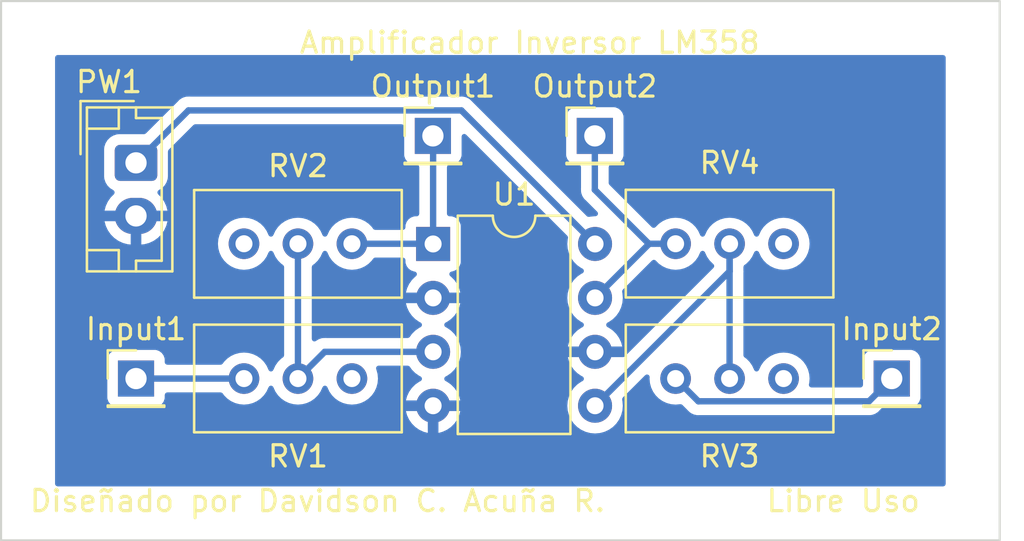
<source format=kicad_pcb>
(kicad_pcb (version 20221018) (generator pcbnew)
  (layers (0 "F.Cu" signal) (31 "B.Cu" signal) (34 "B.Paste" user) (35 "F.Paste" user) (36 "B.SilkS" user "B.Silkscreen") (37 "F.SilkS" user "F.Silkscreen") (38 "B.Mask" user) (39 "F.Mask" user) (44 "Edge.Cuts" user))
  (net 0 "")
  (net 1 "Net-(Input1-Pin_1)")
  (net 2 "Net-(Input2-Pin_1)")
  (net 3 "Net-(Output1-Pin_1)")
  (net 4 "Net-(Output2-Pin_1)")
  (net 5 "+12V")
  (net 6 "GND")
  (net 7 "Net-(U1A-+)")
  (net 10 "Net-(U1B-+)")
  (footprint "Potentiometer_THT:Potentiometer_Bourns_3296W_Vertical" (layer "F.Cu") (at 157.47 82.55 180)
    (fp_text reference "RV4" (at -2.54 3.81) (layer "F.SilkS"))
    (fp_text value "R_Potentiometer_Trim")
    (fp_line (start -7.425 -2.53) (end -7.425 2.54) (stroke (width 0.12)) (layer "F.SilkS"))
    (fp_line (start -7.425 -2.53) (end 2.345 -2.53) (stroke (width 0.12)) (layer "F.SilkS"))
    (fp_line (start -7.425 2.54) (end 2.345 2.54) (stroke (width 0.12)) (layer "F.SilkS"))
    (fp_line (start 2.345 -2.53) (end 2.345 2.54) (stroke (width 0.12)) (layer "F.SilkS"))
    (pad "1" thru_hole circle (at 0 0 180) (size 1.44 1.44) (drill 0.8) (layers "*.Cu" "*.Mask") (net 4 "Net-(Output2-Pin_1)"))
    (pad "2" thru_hole circle (at -2.54 0 180) (size 1.44 1.44) (drill 0.8) (layers "*.Cu" "*.Mask") (net 10 "Net-(U1B-+)"))
    (pad "3" thru_hole circle (at -5.08 0 180) (size 1.44 1.44) (drill 0.8) (layers "*.Cu" "*.Mask"))
  )
  (footprint "Package_DIP:DIP-8_W7.62mm" (layer "F.Cu") (at 146.06 82.56)
    (fp_text reference "U1" (at 3.81 -2.33) (layer "F.SilkS"))
    (fp_text value "LM358")
    (fp_line (start 1.16 -1.33) (end 1.16 8.95) (stroke (width 0.12)) (layer "F.SilkS"))
    (fp_line (start 1.16 8.95) (end 6.46 8.95) (stroke (width 0.12)) (layer "F.SilkS"))
    (fp_line (start 2.81 -1.33) (end 1.16 -1.33) (stroke (width 0.12)) (layer "F.SilkS"))
    (fp_line (start 6.46 -1.33) (end 4.81 -1.33) (stroke (width 0.12)) (layer "F.SilkS"))
    (fp_line (start 6.46 8.95) (end 6.46 -1.33) (stroke (width 0.12)) (layer "F.SilkS"))
    (fp_arc (start 4.81 -1.33) (mid 3.81 -0.33) (end 2.81 -1.33) (stroke (width 0.12)) (layer "F.SilkS"))
    (pad "1" thru_hole rect (at 0 0) (size 1.6 1.6) (drill 0.8) (layers "*.Cu" "*.Mask") (net 3 "Net-(Output1-Pin_1)"))
    (pad "2" thru_hole oval (at 0 2.54) (size 1.6 1.6) (drill 0.8) (layers "*.Cu" "*.Mask") (net 6 "GND"))
    (pad "3" thru_hole oval (at 0 5.08) (size 1.6 1.6) (drill 0.8) (layers "*.Cu" "*.Mask") (net 7 "Net-(U1A-+)"))
    (pad "4" thru_hole oval (at 0 7.62) (size 1.6 1.6) (drill 0.8) (layers "*.Cu" "*.Mask") (net 6 "GND"))
    (pad "5" thru_hole oval (at 7.62 7.62) (size 1.6 1.6) (drill 0.8) (layers "*.Cu" "*.Mask") (net 10 "Net-(U1B-+)"))
    (pad "6" thru_hole oval (at 7.62 5.08) (size 1.6 1.6) (drill 0.8) (layers "*.Cu" "*.Mask") (net 6 "GND"))
    (pad "7" thru_hole oval (at 7.62 2.54) (size 1.6 1.6) (drill 0.8) (layers "*.Cu" "*.Mask") (net 4 "Net-(Output2-Pin_1)"))
    (pad "8" thru_hole oval (at 7.62 0) (size 1.6 1.6) (drill 0.8) (layers "*.Cu" "*.Mask") (net 5 "+12V"))
  )
  (footprint "Connector_PinHeader_2.54mm:PinHeader_1x01_P2.54mm_Vertical" (layer "F.Cu") (at 153.67 77.47)
    (fp_text reference "Output2" (at 0 -2.33) (layer "F.SilkS"))
    (fp_text value "Conn_01x01_Pin")
    (fp_line (start -1.33 -1.33) (end 0 -1.33) (stroke (width 0.12)) (layer "F.SilkS"))
    (fp_line (start -1.33 0) (end -1.33 -1.33) (stroke (width 0.12)) (layer "F.SilkS"))
    (fp_line (start -1.33 1.27) (end -1.33 1.33) (stroke (width 0.12)) (layer "F.SilkS"))
    (fp_line (start -1.33 1.27) (end 1.33 1.27) (stroke (width 0.12)) (layer "F.SilkS"))
    (fp_line (start -1.33 1.33) (end 1.33 1.33) (stroke (width 0.12)) (layer "F.SilkS"))
    (fp_line (start 1.33 1.27) (end 1.33 1.33) (stroke (width 0.12)) (layer "F.SilkS"))
    (pad "1" thru_hole rect (at 0 0) (size 1.7 1.7) (drill 1) (layers "*.Cu" "*.Mask") (net 4 "Net-(Output2-Pin_1)"))
  )
  (footprint "Potentiometer_THT:Potentiometer_Bourns_3296W_Vertical" (layer "F.Cu") (at 137.16 88.9 180)
    (fp_text reference "RV1" (at -2.54 -3.66) (layer "F.SilkS"))
    (fp_text value "R_Potentiometer_Trim")
    (fp_line (start -7.425 -2.53) (end -7.425 2.54) (stroke (width 0.12)) (layer "F.SilkS"))
    (fp_line (start -7.425 -2.53) (end 2.345 -2.53) (stroke (width 0.12)) (layer "F.SilkS"))
    (fp_line (start -7.425 2.54) (end 2.345 2.54) (stroke (width 0.12)) (layer "F.SilkS"))
    (fp_line (start 2.345 -2.53) (end 2.345 2.54) (stroke (width 0.12)) (layer "F.SilkS"))
    (pad "1" thru_hole circle (at 0 0 180) (size 1.44 1.44) (drill 0.8) (layers "*.Cu" "*.Mask") (net 1 "Net-(Input1-Pin_1)"))
    (pad "2" thru_hole circle (at -2.54 0 180) (size 1.44 1.44) (drill 0.8) (layers "*.Cu" "*.Mask") (net 7 "Net-(U1A-+)"))
    (pad "3" thru_hole circle (at -5.08 0 180) (size 1.44 1.44) (drill 0.8) (layers "*.Cu" "*.Mask"))
  )
  (footprint "Connector_PinHeader_2.54mm:PinHeader_1x01_P2.54mm_Vertical" (layer "F.Cu") (at 132.08 88.9)
    (fp_text reference "Input1" (at 0 -2.33) (layer "F.SilkS"))
    (fp_text value "Conn_01x01_Pin")
    (fp_line (start -1.33 -1.33) (end 0 -1.33) (stroke (width 0.12)) (layer "F.SilkS"))
    (fp_line (start -1.33 0) (end -1.33 -1.33) (stroke (width 0.12)) (layer "F.SilkS"))
    (fp_line (start -1.33 1.27) (end -1.33 1.33) (stroke (width 0.12)) (layer "F.SilkS"))
    (fp_line (start -1.33 1.27) (end 1.33 1.27) (stroke (width 0.12)) (layer "F.SilkS"))
    (fp_line (start -1.33 1.33) (end 1.33 1.33) (stroke (width 0.12)) (layer "F.SilkS"))
    (fp_line (start 1.33 1.27) (end 1.33 1.33) (stroke (width 0.12)) (layer "F.SilkS"))
    (pad "1" thru_hole rect (at 0 0) (size 1.7 1.7) (drill 1) (layers "*.Cu" "*.Mask") (net 1 "Net-(Input1-Pin_1)"))
  )
  (footprint "Potentiometer_THT:Potentiometer_Bourns_3296W_Vertical" (layer "F.Cu") (at 142.24 82.55)
    (fp_text reference "RV2" (at -2.54 -3.66) (layer "F.SilkS"))
    (fp_text value "R_Potentiometer_Trim")
    (fp_line (start -7.425 -2.53) (end -7.425 2.54) (stroke (width 0.12)) (layer "F.SilkS"))
    (fp_line (start -7.425 -2.53) (end 2.345 -2.53) (stroke (width 0.12)) (layer "F.SilkS"))
    (fp_line (start -7.425 2.54) (end 2.345 2.54) (stroke (width 0.12)) (layer "F.SilkS"))
    (fp_line (start 2.345 -2.53) (end 2.345 2.54) (stroke (width 0.12)) (layer "F.SilkS"))
    (pad "1" thru_hole circle (at 0 0) (size 1.44 1.44) (drill 0.8) (layers "*.Cu" "*.Mask") (net 3 "Net-(Output1-Pin_1)"))
    (pad "2" thru_hole circle (at -2.54 0) (size 1.44 1.44) (drill 0.8) (layers "*.Cu" "*.Mask") (net 7 "Net-(U1A-+)"))
    (pad "3" thru_hole circle (at -5.08 0) (size 1.44 1.44) (drill 0.8) (layers "*.Cu" "*.Mask"))
  )
  (footprint "Potentiometer_THT:Potentiometer_Bourns_3296W_Vertical" (layer "F.Cu") (at 157.47 88.9 180)
    (fp_text reference "RV3" (at -2.54 -3.66) (layer "F.SilkS"))
    (fp_text value "R_Potentiometer_Trim")
    (fp_line (start -7.425 -2.53) (end -7.425 2.54) (stroke (width 0.12)) (layer "F.SilkS"))
    (fp_line (start -7.425 -2.53) (end 2.345 -2.53) (stroke (width 0.12)) (layer "F.SilkS"))
    (fp_line (start -7.425 2.54) (end 2.345 2.54) (stroke (width 0.12)) (layer "F.SilkS"))
    (fp_line (start 2.345 -2.53) (end 2.345 2.54) (stroke (width 0.12)) (layer "F.SilkS"))
    (pad "1" thru_hole circle (at 0 0 180) (size 1.44 1.44) (drill 0.8) (layers "*.Cu" "*.Mask") (net 2 "Net-(Input2-Pin_1)"))
    (pad "2" thru_hole circle (at -2.54 0 180) (size 1.44 1.44) (drill 0.8) (layers "*.Cu" "*.Mask") (net 10 "Net-(U1B-+)"))
    (pad "3" thru_hole circle (at -5.08 0 180) (size 1.44 1.44) (drill 0.8) (layers "*.Cu" "*.Mask"))
  )
  (footprint "Connector_JST:JST_EH_B2B-EH-A_1x02_P2.50mm_Vertical" (layer "F.Cu") (at 132.08 78.74 -90)
    (fp_text reference "PW1" (at -3.81 1.27 -180) (layer "F.SilkS"))
    (fp_text value "Conn_01x02_Pin")
    (fp_line (start -2.91 0.11) (end -2.91 2.61) (stroke (width 0.12)) (layer "F.SilkS"))
    (fp_line (start -2.91 2.61) (end -0.41 2.61) (stroke (width 0.12)) (layer "F.SilkS"))
    (fp_line (start -2.61 -1.71) (end -2.61 2.31) (stroke (width 0.12)) (layer "F.SilkS"))
    (fp_line (start -2.61 0) (end -2.11 0) (stroke (width 0.12)) (layer "F.SilkS"))
    (fp_line (start -2.61 0.81) (end -1.61 0.81) (stroke (width 0.12)) (layer "F.SilkS"))
    (fp_line (start -2.61 2.31) (end 5.11 2.31) (stroke (width 0.12)) (layer "F.SilkS"))
    (fp_line (start -2.11 -1.21) (end 4.61 -1.21) (stroke (width 0.12)) (layer "F.SilkS"))
    (fp_line (start -2.11 0) (end -2.11 -1.21) (stroke (width 0.12)) (layer "F.SilkS"))
    (fp_line (start -1.61 0.81) (end -1.61 2.31) (stroke (width 0.12)) (layer "F.SilkS"))
    (fp_line (start 4.11 0.81) (end 4.11 2.31) (stroke (width 0.12)) (layer "F.SilkS"))
    (fp_line (start 4.61 -1.21) (end 4.61 0) (stroke (width 0.12)) (layer "F.SilkS"))
    (fp_line (start 4.61 0) (end 5.11 0) (stroke (width 0.12)) (layer "F.SilkS"))
    (fp_line (start 5.11 -1.71) (end -2.61 -1.71) (stroke (width 0.12)) (layer "F.SilkS"))
    (fp_line (start 5.11 0.81) (end 4.11 0.81) (stroke (width 0.12)) (layer "F.SilkS"))
    (fp_line (start 5.11 2.31) (end 5.11 -1.71) (stroke (width 0.12)) (layer "F.SilkS"))
    (pad "1" thru_hole roundrect (at 0 0 270) (size 1.7 2) (drill 1) (layers "*.Cu" "*.Mask") (roundrect_rratio 0.147059) (net 5 "+12V"))
    (pad "2" thru_hole oval (at 2.5 0 270) (size 1.7 2) (drill 1) (layers "*.Cu" "*.Mask") (net 6 "GND"))
  )
  (footprint "Connector_PinHeader_2.54mm:PinHeader_1x01_P2.54mm_Vertical" (layer "F.Cu") (at 146.05 77.47)
    (fp_text reference "Output1" (at 0 -2.33) (layer "F.SilkS"))
    (fp_text value "Conn_01x01_Pin")
    (fp_line (start -1.33 -1.33) (end 0 -1.33) (stroke (width 0.12)) (layer "F.SilkS"))
    (fp_line (start -1.33 0) (end -1.33 -1.33) (stroke (width 0.12)) (layer "F.SilkS"))
    (fp_line (start -1.33 1.27) (end -1.33 1.33) (stroke (width 0.12)) (layer "F.SilkS"))
    (fp_line (start -1.33 1.27) (end 1.33 1.27) (stroke (width 0.12)) (layer "F.SilkS"))
    (fp_line (start -1.33 1.33) (end 1.33 1.33) (stroke (width 0.12)) (layer "F.SilkS"))
    (fp_line (start 1.33 1.27) (end 1.33 1.33) (stroke (width 0.12)) (layer "F.SilkS"))
    (pad "1" thru_hole rect (at 0 0) (size 1.7 1.7) (drill 1) (layers "*.Cu" "*.Mask") (net 3 "Net-(Output1-Pin_1)"))
  )
  (footprint "Connector_PinHeader_2.54mm:PinHeader_1x01_P2.54mm_Vertical" (layer "F.Cu") (at 167.64 88.9)
    (fp_text reference "Input2" (at 0 -2.33) (layer "F.SilkS"))
    (fp_text value "Conn_01x01_Pin")
    (fp_line (start -1.33 -1.33) (end 0 -1.33) (stroke (width 0.12)) (layer "F.SilkS"))
    (fp_line (start -1.33 0) (end -1.33 -1.33) (stroke (width 0.12)) (layer "F.SilkS"))
    (fp_line (start -1.33 1.27) (end -1.33 1.33) (stroke (width 0.12)) (layer "F.SilkS"))
    (fp_line (start -1.33 1.27) (end 1.33 1.27) (stroke (width 0.12)) (layer "F.SilkS"))
    (fp_line (start -1.33 1.33) (end 1.33 1.33) (stroke (width 0.12)) (layer "F.SilkS"))
    (fp_line (start 1.33 1.27) (end 1.33 1.33) (stroke (width 0.12)) (layer "F.SilkS"))
    (pad "1" thru_hole rect (at 0 0) (size 1.7 1.7) (drill 1) (layers "*.Cu" "*.Mask") (net 2 "Net-(Input2-Pin_1)"))
  )
  (gr_rect (start 125.73 71.12) (end 172.72 96.52) (stroke (width 0.1)) (fill none) (layer "Edge.Cuts"))
  (gr_text "Amplificador Inversor LM358" (at 139.7 73.66) (layer "F.SilkS") (effects (font (size 1 1)) (justify left bottom)))
  (gr_text "Diseñado por Davidson C. Acuña R.          Libre Uso" (at 127 95.25) (layer "F.SilkS") (effects (font (size 1 1)) (justify left bottom)))
  (segment (start 132.08 88.9) (end 137.16 88.9) (width 0.3) (layer "B.Cu") (net 1))
  (segment (start 167.64 88.9) (end 166.57 89.97) (width 0.3) (layer "B.Cu") (net 2))
  (segment (start 158.54 89.97) (end 157.47 88.9) (width 0.3) (layer "B.Cu") (net 2))
  (segment (start 166.57 89.97) (end 158.54 89.97) (width 0.3) (layer "B.Cu") (net 2))
  (segment (start 146.05 82.55) (end 146.06 82.56) (width 0.3) (layer "B.Cu") (net 3))
  (segment (start 142.24 82.55) (end 146.05 82.55) (width 0.3) (layer "B.Cu") (net 3))
  (segment (start 146.06 77.48) (end 146.05 77.47) (width 0.3) (layer "B.Cu") (net 3))
  (segment (start 146.06 82.56) (end 146.06 77.48) (width 0.3) (layer "B.Cu") (net 3))
  (segment (start 156.22 82.56) (end 153.67 80.01) (width 0.3) (layer "B.Cu") (net 4))
  (segment (start 153.67 80.01) (end 153.67 77.47) (width 0.3) (layer "B.Cu") (net 4))
  (segment (start 157.47 82.55) (end 156.23 82.55) (width 0.3) (layer "B.Cu") (net 4))
  (segment (start 156.22 82.56) (end 153.68 85.1) (width 0.3) (layer "B.Cu") (net 4))
  (segment (start 156.23 82.55) (end 156.22 82.56) (width 0.3) (layer "B.Cu") (net 4))
  (segment (start 147.39 76.27) (end 153.68 82.56) (width 0.3) (layer "B.Cu") (net 5))
  (segment (start 132.08 78.74) (end 134.55 76.27) (width 0.3) (layer "B.Cu") (net 5))
  (segment (start 134.55 76.27) (end 147.39 76.27) (width 0.3) (layer "B.Cu") (net 5))
  (segment (start 139.7 88.9) (end 140.96 87.64) (width 0.3) (layer "B.Cu") (net 7))
  (segment (start 140.96 87.64) (end 146.06 87.64) (width 0.3) (layer "B.Cu") (net 7))
  (segment (start 139.7 88.9) (end 139.7 82.55) (width 0.3) (layer "B.Cu") (net 7))
  (segment (start 160.01 83.85) (end 153.68 90.18) (width 0.3) (layer "B.Cu") (net 10))
  (segment (start 160.01 82.55) (end 160.01 83.85) (width 0.3) (layer "B.Cu") (net 10))
  (segment (start 160.01 88.9) (end 160.01 82.55) (width 0.3) (layer "B.Cu") (net 10))
  (zone (net 6) (net_name "GND") (layer "B.Cu") (connect_pads (clearance 0.5)) (min_thickness 0.25) (fill yes (thermal_gap 0.5) (thermal_bridge_width 0.5))
    (polygon (pts (xy 128.27 73.66) (xy 128.27 93.98) (xy 170.18 93.98) (xy 170.18 73.66)))
  )
)
</source>
